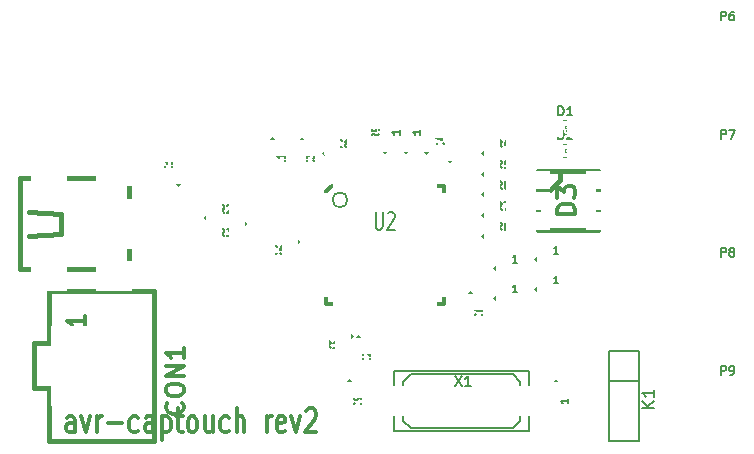
<source format=gto>
G04 (created by PCBNEW (2013-feb-26)-stable) date Thu 28 Mar 2013 17:39:21 GMT*
%MOIN*%
G04 Gerber Fmt 3.4, Leading zero omitted, Abs format*
%FSLAX34Y34*%
G01*
G70*
G90*
G04 APERTURE LIST*
%ADD10C,2.3622e-06*%
%ADD11C,0.012*%
%ADD12C,0.015*%
%ADD13C,0.008*%
%ADD14C,0.005*%
%ADD15C,0.0026*%
%ADD16C,0.004*%
%ADD17C,0.002*%
%ADD18C,0.006*%
%ADD19C,0.007375*%
%ADD20C,0.0074*%
%ADD21R,0.1184X0.0397*%
%ADD22R,0.1184X0.0987*%
%ADD23C,0.0554*%
%ADD24R,0.036X0.08*%
%ADD25R,0.08X0.036*%
%ADD26R,0.1381X0.0712*%
%ADD27R,0.055X0.075*%
%ADD28R,0.075X0.055*%
%ADD29R,0.2365X0.0987*%
%ADD30R,0.0672X0.0672*%
%ADD31C,0.6106*%
%ADD32C,0.0712*%
%ADD33R,0.0791X0.0594*%
%ADD34R,0.08X0.08*%
%ADD35C,0.08*%
G04 APERTURE END LIST*
G54D10*
G54D11*
X19181Y-34205D02*
X19181Y-33786D01*
X19152Y-33710D01*
X19095Y-33672D01*
X18981Y-33672D01*
X18924Y-33710D01*
X19181Y-34167D02*
X19124Y-34205D01*
X18981Y-34205D01*
X18924Y-34167D01*
X18895Y-34091D01*
X18895Y-34015D01*
X18924Y-33939D01*
X18981Y-33900D01*
X19124Y-33900D01*
X19181Y-33862D01*
X19409Y-33672D02*
X19552Y-34205D01*
X19695Y-33672D01*
X19924Y-34205D02*
X19924Y-33672D01*
X19924Y-33824D02*
X19952Y-33748D01*
X19981Y-33710D01*
X20038Y-33672D01*
X20095Y-33672D01*
X20295Y-33900D02*
X20752Y-33900D01*
X21295Y-34167D02*
X21238Y-34205D01*
X21124Y-34205D01*
X21066Y-34167D01*
X21038Y-34129D01*
X21009Y-34053D01*
X21009Y-33824D01*
X21038Y-33748D01*
X21066Y-33710D01*
X21124Y-33672D01*
X21238Y-33672D01*
X21295Y-33710D01*
X21809Y-34205D02*
X21809Y-33786D01*
X21781Y-33710D01*
X21724Y-33672D01*
X21609Y-33672D01*
X21552Y-33710D01*
X21809Y-34167D02*
X21752Y-34205D01*
X21609Y-34205D01*
X21552Y-34167D01*
X21524Y-34091D01*
X21524Y-34015D01*
X21552Y-33939D01*
X21609Y-33900D01*
X21752Y-33900D01*
X21809Y-33862D01*
X22095Y-33672D02*
X22095Y-34472D01*
X22095Y-33710D02*
X22152Y-33672D01*
X22266Y-33672D01*
X22324Y-33710D01*
X22352Y-33748D01*
X22381Y-33824D01*
X22381Y-34053D01*
X22352Y-34129D01*
X22324Y-34167D01*
X22266Y-34205D01*
X22152Y-34205D01*
X22095Y-34167D01*
X22552Y-33672D02*
X22781Y-33672D01*
X22638Y-33405D02*
X22638Y-34091D01*
X22666Y-34167D01*
X22724Y-34205D01*
X22781Y-34205D01*
X23066Y-34205D02*
X23009Y-34167D01*
X22981Y-34129D01*
X22952Y-34053D01*
X22952Y-33824D01*
X22981Y-33748D01*
X23009Y-33710D01*
X23066Y-33672D01*
X23152Y-33672D01*
X23209Y-33710D01*
X23238Y-33748D01*
X23266Y-33824D01*
X23266Y-34053D01*
X23238Y-34129D01*
X23209Y-34167D01*
X23152Y-34205D01*
X23066Y-34205D01*
X23781Y-33672D02*
X23781Y-34205D01*
X23524Y-33672D02*
X23524Y-34091D01*
X23552Y-34167D01*
X23609Y-34205D01*
X23695Y-34205D01*
X23752Y-34167D01*
X23781Y-34129D01*
X24324Y-34167D02*
X24266Y-34205D01*
X24152Y-34205D01*
X24095Y-34167D01*
X24066Y-34129D01*
X24038Y-34053D01*
X24038Y-33824D01*
X24066Y-33748D01*
X24095Y-33710D01*
X24152Y-33672D01*
X24266Y-33672D01*
X24324Y-33710D01*
X24581Y-34205D02*
X24581Y-33405D01*
X24838Y-34205D02*
X24838Y-33786D01*
X24809Y-33710D01*
X24752Y-33672D01*
X24666Y-33672D01*
X24609Y-33710D01*
X24581Y-33748D01*
X25581Y-34205D02*
X25581Y-33672D01*
X25581Y-33824D02*
X25609Y-33748D01*
X25638Y-33710D01*
X25695Y-33672D01*
X25752Y-33672D01*
X26181Y-34167D02*
X26124Y-34205D01*
X26009Y-34205D01*
X25952Y-34167D01*
X25924Y-34091D01*
X25924Y-33786D01*
X25952Y-33710D01*
X26009Y-33672D01*
X26124Y-33672D01*
X26181Y-33710D01*
X26209Y-33786D01*
X26209Y-33862D01*
X25924Y-33939D01*
X26409Y-33672D02*
X26552Y-34205D01*
X26695Y-33672D01*
X26895Y-33481D02*
X26924Y-33443D01*
X26981Y-33405D01*
X27124Y-33405D01*
X27181Y-33443D01*
X27209Y-33481D01*
X27238Y-33558D01*
X27238Y-33634D01*
X27209Y-33748D01*
X26866Y-34205D01*
X27238Y-34205D01*
G54D12*
X17665Y-26856D02*
X18728Y-26915D01*
X18728Y-26915D02*
X18728Y-27585D01*
X18728Y-27585D02*
X17665Y-27644D01*
X20992Y-25734D02*
X20992Y-28766D01*
X20992Y-28766D02*
X17370Y-28766D01*
X17370Y-28766D02*
X17370Y-25734D01*
X17370Y-25734D02*
X20992Y-25734D01*
G54D11*
X31498Y-25983D02*
X31498Y-29923D01*
X31498Y-29923D02*
X27558Y-29923D01*
X27558Y-26173D02*
X27558Y-29923D01*
X27748Y-25983D02*
X31498Y-25983D01*
X27558Y-26173D02*
X27748Y-25983D01*
G54D13*
X28278Y-26453D02*
G75*
G03X28278Y-26453I-250J0D01*
G74*
G01*
G54D12*
X21829Y-29488D02*
X21829Y-34488D01*
X21829Y-34488D02*
X18329Y-34488D01*
X18329Y-34488D02*
X18329Y-32738D01*
X18329Y-32738D02*
X17829Y-32738D01*
X17829Y-32738D02*
X17829Y-31488D01*
X17829Y-31488D02*
X17829Y-31238D01*
X17829Y-31238D02*
X18329Y-31238D01*
X18329Y-31238D02*
X18329Y-29488D01*
X18329Y-29488D02*
X21829Y-29488D01*
G54D14*
X28456Y-30999D02*
G75*
G03X28456Y-30999I-50J0D01*
G74*
G01*
X27956Y-30999D02*
X28356Y-30999D01*
X28356Y-30999D02*
X28356Y-31599D01*
X28356Y-31599D02*
X27956Y-31599D01*
X27556Y-31599D02*
X27156Y-31599D01*
X27156Y-31599D02*
X27156Y-30999D01*
X27156Y-30999D02*
X27556Y-30999D01*
X23613Y-27073D02*
G75*
G03X23613Y-27073I-50J0D01*
G74*
G01*
X24013Y-27073D02*
X23613Y-27073D01*
X23613Y-27073D02*
X23613Y-26473D01*
X23613Y-26473D02*
X24013Y-26473D01*
X24413Y-26473D02*
X24813Y-26473D01*
X24813Y-26473D02*
X24813Y-27073D01*
X24813Y-27073D02*
X24413Y-27073D01*
X24913Y-27260D02*
G75*
G03X24913Y-27260I-50J0D01*
G74*
G01*
X24413Y-27260D02*
X24813Y-27260D01*
X24813Y-27260D02*
X24813Y-27860D01*
X24813Y-27860D02*
X24413Y-27860D01*
X24013Y-27860D02*
X23613Y-27860D01*
X23613Y-27860D02*
X23613Y-27260D01*
X23613Y-27260D02*
X24013Y-27260D01*
X32865Y-24906D02*
G75*
G03X32865Y-24906I-50J0D01*
G74*
G01*
X33265Y-24906D02*
X32865Y-24906D01*
X32865Y-24906D02*
X32865Y-24306D01*
X32865Y-24306D02*
X33265Y-24306D01*
X33665Y-24306D02*
X34065Y-24306D01*
X34065Y-24306D02*
X34065Y-24906D01*
X34065Y-24906D02*
X33665Y-24906D01*
X32865Y-25595D02*
G75*
G03X32865Y-25595I-50J0D01*
G74*
G01*
X33265Y-25595D02*
X32865Y-25595D01*
X32865Y-25595D02*
X32865Y-24995D01*
X32865Y-24995D02*
X33265Y-24995D01*
X33665Y-24995D02*
X34065Y-24995D01*
X34065Y-24995D02*
X34065Y-25595D01*
X34065Y-25595D02*
X33665Y-25595D01*
X32865Y-27662D02*
G75*
G03X32865Y-27662I-50J0D01*
G74*
G01*
X33265Y-27662D02*
X32865Y-27662D01*
X32865Y-27662D02*
X32865Y-27062D01*
X32865Y-27062D02*
X33265Y-27062D01*
X33665Y-27062D02*
X34065Y-27062D01*
X34065Y-27062D02*
X34065Y-27662D01*
X34065Y-27662D02*
X33665Y-27662D01*
X22693Y-25945D02*
G75*
G03X22693Y-25945I-50J0D01*
G74*
G01*
X22643Y-25495D02*
X22643Y-25895D01*
X22643Y-25895D02*
X22043Y-25895D01*
X22043Y-25895D02*
X22043Y-25495D01*
X22043Y-25095D02*
X22043Y-24695D01*
X22043Y-24695D02*
X22643Y-24695D01*
X22643Y-24695D02*
X22643Y-25095D01*
X35281Y-32519D02*
G75*
G03X35281Y-32519I-50J0D01*
G74*
G01*
X35231Y-32969D02*
X35231Y-32569D01*
X35231Y-32569D02*
X35831Y-32569D01*
X35831Y-32569D02*
X35831Y-32969D01*
X35831Y-33369D02*
X35831Y-33769D01*
X35831Y-33769D02*
X35231Y-33769D01*
X35231Y-33769D02*
X35231Y-33369D01*
X28392Y-32519D02*
G75*
G03X28392Y-32519I-50J0D01*
G74*
G01*
X28342Y-32969D02*
X28342Y-32569D01*
X28342Y-32569D02*
X28942Y-32569D01*
X28942Y-32569D02*
X28942Y-32969D01*
X28942Y-33369D02*
X28942Y-33769D01*
X28942Y-33769D02*
X28342Y-33769D01*
X28342Y-33769D02*
X28342Y-33369D01*
X27550Y-24906D02*
G75*
G03X27550Y-24906I-50J0D01*
G74*
G01*
X27950Y-24906D02*
X27550Y-24906D01*
X27550Y-24906D02*
X27550Y-24306D01*
X27550Y-24306D02*
X27950Y-24306D01*
X28350Y-24306D02*
X28750Y-24306D01*
X28750Y-24306D02*
X28750Y-24906D01*
X28750Y-24906D02*
X28350Y-24906D01*
X32427Y-29567D02*
G75*
G03X32427Y-29567I-50J0D01*
G74*
G01*
X32377Y-30017D02*
X32377Y-29617D01*
X32377Y-29617D02*
X32977Y-29617D01*
X32977Y-29617D02*
X32977Y-30017D01*
X32977Y-30417D02*
X32977Y-30817D01*
X32977Y-30817D02*
X32377Y-30817D01*
X32377Y-30817D02*
X32377Y-30417D01*
X26684Y-27850D02*
G75*
G03X26684Y-27850I-50J0D01*
G74*
G01*
X26184Y-27850D02*
X26584Y-27850D01*
X26584Y-27850D02*
X26584Y-28450D01*
X26584Y-28450D02*
X26184Y-28450D01*
X25784Y-28450D02*
X25384Y-28450D01*
X25384Y-28450D02*
X25384Y-27850D01*
X25384Y-27850D02*
X25784Y-27850D01*
X31748Y-25158D02*
G75*
G03X31748Y-25158I-50J0D01*
G74*
G01*
X31698Y-24708D02*
X31698Y-25108D01*
X31698Y-25108D02*
X31098Y-25108D01*
X31098Y-25108D02*
X31098Y-24708D01*
X31098Y-24308D02*
X31098Y-23908D01*
X31098Y-23908D02*
X31698Y-23908D01*
X31698Y-23908D02*
X31698Y-24308D01*
X26817Y-24448D02*
G75*
G03X26817Y-24448I-50J0D01*
G74*
G01*
X26767Y-24898D02*
X26767Y-24498D01*
X26767Y-24498D02*
X27367Y-24498D01*
X27367Y-24498D02*
X27367Y-24898D01*
X27367Y-25298D02*
X27367Y-25698D01*
X27367Y-25698D02*
X26767Y-25698D01*
X26767Y-25698D02*
X26767Y-25298D01*
X28687Y-31043D02*
G75*
G03X28687Y-31043I-50J0D01*
G74*
G01*
X28637Y-31493D02*
X28637Y-31093D01*
X28637Y-31093D02*
X29237Y-31093D01*
X29237Y-31093D02*
X29237Y-31493D01*
X29237Y-31893D02*
X29237Y-32293D01*
X29237Y-32293D02*
X28637Y-32293D01*
X28637Y-32293D02*
X28637Y-31893D01*
G54D13*
X30137Y-32519D02*
X30137Y-32669D01*
X30137Y-33819D02*
X30137Y-33669D01*
X34037Y-33819D02*
X34037Y-33669D01*
X34037Y-32519D02*
X34037Y-32669D01*
X34337Y-32169D02*
X34337Y-32669D01*
X34337Y-34169D02*
X34337Y-33669D01*
X29837Y-34169D02*
X29837Y-33669D01*
X29837Y-32169D02*
X29837Y-32669D01*
X30137Y-33819D02*
X30387Y-34069D01*
X30387Y-34069D02*
X33787Y-34069D01*
X33787Y-34069D02*
X34037Y-33819D01*
X34037Y-32519D02*
X33787Y-32269D01*
X33787Y-32269D02*
X30387Y-32269D01*
X30387Y-32269D02*
X30137Y-32519D01*
X34337Y-34169D02*
X29837Y-34169D01*
X29837Y-32169D02*
X34337Y-32169D01*
G54D15*
X35727Y-24921D02*
X35727Y-25049D01*
X35727Y-25049D02*
X35924Y-25049D01*
X35924Y-24921D02*
X35924Y-25049D01*
X35727Y-24921D02*
X35924Y-24921D01*
X35727Y-24676D02*
X35727Y-24735D01*
X35727Y-24735D02*
X35826Y-24735D01*
X35826Y-24676D02*
X35826Y-24735D01*
X35727Y-24676D02*
X35826Y-24676D01*
X35727Y-24871D02*
X35727Y-24930D01*
X35727Y-24930D02*
X35826Y-24930D01*
X35826Y-24871D02*
X35826Y-24930D01*
X35727Y-24871D02*
X35826Y-24871D01*
X35727Y-24725D02*
X35727Y-24881D01*
X35727Y-24881D02*
X35796Y-24881D01*
X35796Y-24725D02*
X35796Y-24881D01*
X35727Y-24725D02*
X35796Y-24725D01*
X35138Y-24921D02*
X35138Y-25049D01*
X35138Y-25049D02*
X35335Y-25049D01*
X35335Y-24921D02*
X35335Y-25049D01*
X35138Y-24921D02*
X35335Y-24921D01*
X35138Y-24557D02*
X35138Y-24685D01*
X35138Y-24685D02*
X35335Y-24685D01*
X35335Y-24557D02*
X35335Y-24685D01*
X35138Y-24557D02*
X35335Y-24557D01*
X35236Y-24871D02*
X35236Y-24930D01*
X35236Y-24930D02*
X35335Y-24930D01*
X35335Y-24871D02*
X35335Y-24930D01*
X35236Y-24871D02*
X35335Y-24871D01*
X35236Y-24676D02*
X35236Y-24735D01*
X35236Y-24735D02*
X35335Y-24735D01*
X35335Y-24676D02*
X35335Y-24735D01*
X35236Y-24676D02*
X35335Y-24676D01*
X35266Y-24725D02*
X35266Y-24881D01*
X35266Y-24881D02*
X35335Y-24881D01*
X35335Y-24725D02*
X35335Y-24881D01*
X35266Y-24725D02*
X35335Y-24725D01*
X35531Y-24764D02*
X35531Y-24842D01*
X35531Y-24842D02*
X35609Y-24842D01*
X35609Y-24764D02*
X35609Y-24842D01*
X35531Y-24764D02*
X35609Y-24764D01*
X35727Y-24567D02*
X35727Y-24685D01*
X35727Y-24685D02*
X35845Y-24685D01*
X35845Y-24567D02*
X35845Y-24685D01*
X35727Y-24567D02*
X35845Y-24567D01*
X35895Y-24557D02*
X35895Y-24646D01*
X35895Y-24646D02*
X35924Y-24646D01*
X35924Y-24557D02*
X35924Y-24646D01*
X35895Y-24557D02*
X35924Y-24557D01*
G54D16*
X35737Y-25029D02*
X35325Y-25029D01*
X35335Y-24577D02*
X35895Y-24577D01*
G54D17*
X35893Y-24626D02*
G75*
G03X35893Y-24626I-28J0D01*
G74*
G01*
G54D16*
X35924Y-24666D02*
G75*
G03X35924Y-24940I0J-137D01*
G74*
G01*
X35138Y-24940D02*
G75*
G03X35138Y-24666I0J137D01*
G74*
G01*
G54D15*
X35727Y-24134D02*
X35727Y-24262D01*
X35727Y-24262D02*
X35924Y-24262D01*
X35924Y-24134D02*
X35924Y-24262D01*
X35727Y-24134D02*
X35924Y-24134D01*
X35727Y-23889D02*
X35727Y-23948D01*
X35727Y-23948D02*
X35826Y-23948D01*
X35826Y-23889D02*
X35826Y-23948D01*
X35727Y-23889D02*
X35826Y-23889D01*
X35727Y-24084D02*
X35727Y-24143D01*
X35727Y-24143D02*
X35826Y-24143D01*
X35826Y-24084D02*
X35826Y-24143D01*
X35727Y-24084D02*
X35826Y-24084D01*
X35727Y-23938D02*
X35727Y-24094D01*
X35727Y-24094D02*
X35796Y-24094D01*
X35796Y-23938D02*
X35796Y-24094D01*
X35727Y-23938D02*
X35796Y-23938D01*
X35138Y-24134D02*
X35138Y-24262D01*
X35138Y-24262D02*
X35335Y-24262D01*
X35335Y-24134D02*
X35335Y-24262D01*
X35138Y-24134D02*
X35335Y-24134D01*
X35138Y-23770D02*
X35138Y-23898D01*
X35138Y-23898D02*
X35335Y-23898D01*
X35335Y-23770D02*
X35335Y-23898D01*
X35138Y-23770D02*
X35335Y-23770D01*
X35236Y-24084D02*
X35236Y-24143D01*
X35236Y-24143D02*
X35335Y-24143D01*
X35335Y-24084D02*
X35335Y-24143D01*
X35236Y-24084D02*
X35335Y-24084D01*
X35236Y-23889D02*
X35236Y-23948D01*
X35236Y-23948D02*
X35335Y-23948D01*
X35335Y-23889D02*
X35335Y-23948D01*
X35236Y-23889D02*
X35335Y-23889D01*
X35266Y-23938D02*
X35266Y-24094D01*
X35266Y-24094D02*
X35335Y-24094D01*
X35335Y-23938D02*
X35335Y-24094D01*
X35266Y-23938D02*
X35335Y-23938D01*
X35531Y-23977D02*
X35531Y-24055D01*
X35531Y-24055D02*
X35609Y-24055D01*
X35609Y-23977D02*
X35609Y-24055D01*
X35531Y-23977D02*
X35609Y-23977D01*
X35727Y-23780D02*
X35727Y-23898D01*
X35727Y-23898D02*
X35845Y-23898D01*
X35845Y-23780D02*
X35845Y-23898D01*
X35727Y-23780D02*
X35845Y-23780D01*
X35895Y-23770D02*
X35895Y-23859D01*
X35895Y-23859D02*
X35924Y-23859D01*
X35924Y-23770D02*
X35924Y-23859D01*
X35895Y-23770D02*
X35924Y-23770D01*
G54D16*
X35737Y-24242D02*
X35325Y-24242D01*
X35335Y-23790D02*
X35895Y-23790D01*
G54D17*
X35893Y-23839D02*
G75*
G03X35893Y-23839I-28J0D01*
G74*
G01*
G54D16*
X35924Y-23879D02*
G75*
G03X35924Y-24153I0J-137D01*
G74*
G01*
X35138Y-24153D02*
G75*
G03X35138Y-23879I0J137D01*
G74*
G01*
G54D14*
X32865Y-26973D02*
G75*
G03X32865Y-26973I-50J0D01*
G74*
G01*
X33265Y-26973D02*
X32865Y-26973D01*
X32865Y-26973D02*
X32865Y-26373D01*
X32865Y-26373D02*
X33265Y-26373D01*
X33665Y-26373D02*
X34065Y-26373D01*
X34065Y-26373D02*
X34065Y-26973D01*
X34065Y-26973D02*
X33665Y-26973D01*
X32865Y-26284D02*
G75*
G03X32865Y-26284I-50J0D01*
G74*
G01*
X33265Y-26284D02*
X32865Y-26284D01*
X32865Y-26284D02*
X32865Y-25684D01*
X32865Y-25684D02*
X33265Y-25684D01*
X33665Y-25684D02*
X34065Y-25684D01*
X34065Y-25684D02*
X34065Y-26284D01*
X34065Y-26284D02*
X33665Y-26284D01*
G54D12*
X34646Y-26132D02*
X35039Y-26132D01*
X35039Y-26132D02*
X35374Y-25797D01*
X35374Y-25797D02*
X35374Y-25492D01*
X36614Y-25492D02*
X36614Y-27460D01*
X36614Y-27460D02*
X34646Y-27460D01*
X34646Y-27460D02*
X34646Y-25492D01*
X34646Y-25492D02*
X36614Y-25492D01*
G54D14*
X25833Y-24448D02*
G75*
G03X25833Y-24448I-50J0D01*
G74*
G01*
X25783Y-24898D02*
X25783Y-24498D01*
X25783Y-24498D02*
X26383Y-24498D01*
X26383Y-24498D02*
X26383Y-24898D01*
X26383Y-25298D02*
X26383Y-25698D01*
X26383Y-25698D02*
X25783Y-25698D01*
X25783Y-25698D02*
X25783Y-25298D01*
X29582Y-24863D02*
G75*
G03X29582Y-24863I-50J0D01*
G74*
G01*
X29532Y-24413D02*
X29532Y-24813D01*
X29532Y-24813D02*
X28932Y-24813D01*
X28932Y-24813D02*
X28932Y-24413D01*
X28932Y-24013D02*
X28932Y-23613D01*
X28932Y-23613D02*
X29532Y-23613D01*
X29532Y-23613D02*
X29532Y-24013D01*
X30271Y-24863D02*
G75*
G03X30271Y-24863I-50J0D01*
G74*
G01*
X30221Y-24413D02*
X30221Y-24813D01*
X30221Y-24813D02*
X29621Y-24813D01*
X29621Y-24813D02*
X29621Y-24413D01*
X29621Y-24013D02*
X29621Y-23613D01*
X29621Y-23613D02*
X30221Y-23613D01*
X30221Y-23613D02*
X30221Y-24013D01*
X30960Y-24863D02*
G75*
G03X30960Y-24863I-50J0D01*
G74*
G01*
X30910Y-24413D02*
X30910Y-24813D01*
X30910Y-24813D02*
X30310Y-24813D01*
X30310Y-24813D02*
X30310Y-24413D01*
X30310Y-24013D02*
X30310Y-23613D01*
X30310Y-23613D02*
X30910Y-23613D01*
X30910Y-23613D02*
X30910Y-24013D01*
X34636Y-28450D02*
G75*
G03X34636Y-28450I-50J0D01*
G74*
G01*
X35036Y-28450D02*
X34636Y-28450D01*
X34636Y-28450D02*
X34636Y-27850D01*
X34636Y-27850D02*
X35036Y-27850D01*
X35436Y-27850D02*
X35836Y-27850D01*
X35836Y-27850D02*
X35836Y-28450D01*
X35836Y-28450D02*
X35436Y-28450D01*
X33258Y-28745D02*
G75*
G03X33258Y-28745I-50J0D01*
G74*
G01*
X33658Y-28745D02*
X33258Y-28745D01*
X33258Y-28745D02*
X33258Y-28145D01*
X33258Y-28145D02*
X33658Y-28145D01*
X34058Y-28145D02*
X34458Y-28145D01*
X34458Y-28145D02*
X34458Y-28745D01*
X34458Y-28745D02*
X34058Y-28745D01*
X34636Y-29434D02*
G75*
G03X34636Y-29434I-50J0D01*
G74*
G01*
X35036Y-29434D02*
X34636Y-29434D01*
X34636Y-29434D02*
X34636Y-28834D01*
X34636Y-28834D02*
X35036Y-28834D01*
X35436Y-28834D02*
X35836Y-28834D01*
X35836Y-28834D02*
X35836Y-29434D01*
X35836Y-29434D02*
X35436Y-29434D01*
X33258Y-29729D02*
G75*
G03X33258Y-29729I-50J0D01*
G74*
G01*
X33658Y-29729D02*
X33258Y-29729D01*
X33258Y-29729D02*
X33258Y-29129D01*
X33258Y-29129D02*
X33658Y-29129D01*
X34058Y-29129D02*
X34458Y-29129D01*
X34458Y-29129D02*
X34458Y-29729D01*
X34458Y-29729D02*
X34058Y-29729D01*
G54D18*
X37000Y-31500D02*
X38000Y-31500D01*
X38000Y-31500D02*
X38000Y-34500D01*
X38000Y-34500D02*
X37000Y-34500D01*
X37000Y-34500D02*
X37000Y-31500D01*
X38000Y-32500D02*
X37000Y-32500D01*
G54D11*
X18941Y-30934D02*
X19370Y-30934D01*
X19456Y-30962D01*
X19513Y-31019D01*
X19541Y-31105D01*
X19541Y-31162D01*
X19541Y-30334D02*
X19541Y-30676D01*
X19541Y-30505D02*
X18941Y-30505D01*
X19027Y-30562D01*
X19084Y-30619D01*
X19113Y-30676D01*
G54D13*
X29223Y-26845D02*
X29223Y-27331D01*
X29242Y-27388D01*
X29261Y-27417D01*
X29299Y-27445D01*
X29375Y-27445D01*
X29413Y-27417D01*
X29432Y-27388D01*
X29451Y-27331D01*
X29451Y-26845D01*
X29623Y-26903D02*
X29642Y-26874D01*
X29680Y-26845D01*
X29775Y-26845D01*
X29813Y-26874D01*
X29832Y-26903D01*
X29851Y-26960D01*
X29851Y-27017D01*
X29832Y-27103D01*
X29604Y-27445D01*
X29851Y-27445D01*
G54D11*
X22764Y-33216D02*
X22793Y-33245D01*
X22821Y-33330D01*
X22821Y-33387D01*
X22793Y-33473D01*
X22736Y-33530D01*
X22679Y-33559D01*
X22564Y-33587D01*
X22479Y-33587D01*
X22364Y-33559D01*
X22307Y-33530D01*
X22250Y-33473D01*
X22221Y-33387D01*
X22221Y-33330D01*
X22250Y-33245D01*
X22279Y-33216D01*
X22221Y-32845D02*
X22221Y-32730D01*
X22250Y-32673D01*
X22307Y-32616D01*
X22421Y-32587D01*
X22621Y-32587D01*
X22736Y-32616D01*
X22793Y-32673D01*
X22821Y-32730D01*
X22821Y-32845D01*
X22793Y-32902D01*
X22736Y-32959D01*
X22621Y-32987D01*
X22421Y-32987D01*
X22307Y-32959D01*
X22250Y-32902D01*
X22221Y-32845D01*
X22821Y-32330D02*
X22221Y-32330D01*
X22821Y-31988D01*
X22221Y-31988D01*
X22821Y-31388D02*
X22821Y-31730D01*
X22821Y-31559D02*
X22221Y-31559D01*
X22307Y-31616D01*
X22364Y-31673D01*
X22393Y-31730D01*
G54D14*
X27714Y-31400D02*
X27631Y-31281D01*
X27571Y-31400D02*
X27571Y-31150D01*
X27666Y-31150D01*
X27690Y-31162D01*
X27702Y-31174D01*
X27714Y-31197D01*
X27714Y-31233D01*
X27702Y-31257D01*
X27690Y-31269D01*
X27666Y-31281D01*
X27571Y-31281D01*
X27952Y-31400D02*
X27809Y-31400D01*
X27881Y-31400D02*
X27881Y-31150D01*
X27857Y-31185D01*
X27833Y-31209D01*
X27809Y-31221D01*
X24171Y-26874D02*
X24088Y-26755D01*
X24028Y-26874D02*
X24028Y-26624D01*
X24123Y-26624D01*
X24147Y-26636D01*
X24159Y-26648D01*
X24171Y-26671D01*
X24171Y-26707D01*
X24159Y-26731D01*
X24147Y-26743D01*
X24123Y-26755D01*
X24028Y-26755D01*
X24266Y-26648D02*
X24278Y-26636D01*
X24302Y-26624D01*
X24361Y-26624D01*
X24385Y-26636D01*
X24397Y-26648D01*
X24409Y-26671D01*
X24409Y-26695D01*
X24397Y-26731D01*
X24254Y-26874D01*
X24409Y-26874D01*
X24171Y-27661D02*
X24088Y-27542D01*
X24028Y-27661D02*
X24028Y-27411D01*
X24123Y-27411D01*
X24147Y-27423D01*
X24159Y-27435D01*
X24171Y-27458D01*
X24171Y-27494D01*
X24159Y-27518D01*
X24147Y-27530D01*
X24123Y-27542D01*
X24028Y-27542D01*
X24254Y-27411D02*
X24409Y-27411D01*
X24326Y-27506D01*
X24361Y-27506D01*
X24385Y-27518D01*
X24397Y-27530D01*
X24409Y-27554D01*
X24409Y-27613D01*
X24397Y-27637D01*
X24385Y-27649D01*
X24361Y-27661D01*
X24290Y-27661D01*
X24266Y-27649D01*
X24254Y-27637D01*
X33423Y-24707D02*
X33340Y-24588D01*
X33280Y-24707D02*
X33280Y-24457D01*
X33375Y-24457D01*
X33399Y-24469D01*
X33411Y-24481D01*
X33423Y-24504D01*
X33423Y-24540D01*
X33411Y-24564D01*
X33399Y-24576D01*
X33375Y-24588D01*
X33280Y-24588D01*
X33637Y-24540D02*
X33637Y-24707D01*
X33578Y-24445D02*
X33518Y-24623D01*
X33673Y-24623D01*
X33423Y-25396D02*
X33340Y-25277D01*
X33280Y-25396D02*
X33280Y-25146D01*
X33375Y-25146D01*
X33399Y-25158D01*
X33411Y-25170D01*
X33423Y-25193D01*
X33423Y-25229D01*
X33411Y-25253D01*
X33399Y-25265D01*
X33375Y-25277D01*
X33280Y-25277D01*
X33649Y-25146D02*
X33530Y-25146D01*
X33518Y-25265D01*
X33530Y-25253D01*
X33554Y-25241D01*
X33613Y-25241D01*
X33637Y-25253D01*
X33649Y-25265D01*
X33661Y-25289D01*
X33661Y-25348D01*
X33649Y-25372D01*
X33637Y-25384D01*
X33613Y-25396D01*
X33554Y-25396D01*
X33530Y-25384D01*
X33518Y-25372D01*
X33423Y-27463D02*
X33340Y-27344D01*
X33280Y-27463D02*
X33280Y-27213D01*
X33375Y-27213D01*
X33399Y-27225D01*
X33411Y-27237D01*
X33423Y-27260D01*
X33423Y-27296D01*
X33411Y-27320D01*
X33399Y-27332D01*
X33375Y-27344D01*
X33280Y-27344D01*
X33637Y-27213D02*
X33590Y-27213D01*
X33566Y-27225D01*
X33554Y-27237D01*
X33530Y-27272D01*
X33518Y-27320D01*
X33518Y-27415D01*
X33530Y-27439D01*
X33542Y-27451D01*
X33566Y-27463D01*
X33613Y-27463D01*
X33637Y-27451D01*
X33649Y-27439D01*
X33661Y-27415D01*
X33661Y-27356D01*
X33649Y-27332D01*
X33637Y-27320D01*
X33613Y-27308D01*
X33566Y-27308D01*
X33542Y-27320D01*
X33530Y-27332D01*
X33518Y-27356D01*
X22420Y-25336D02*
X22432Y-25348D01*
X22444Y-25384D01*
X22444Y-25408D01*
X22432Y-25443D01*
X22408Y-25467D01*
X22384Y-25479D01*
X22337Y-25491D01*
X22301Y-25491D01*
X22253Y-25479D01*
X22229Y-25467D01*
X22206Y-25443D01*
X22194Y-25408D01*
X22194Y-25384D01*
X22206Y-25348D01*
X22218Y-25336D01*
X22444Y-25098D02*
X22444Y-25241D01*
X22444Y-25170D02*
X22194Y-25170D01*
X22229Y-25193D01*
X22253Y-25217D01*
X22265Y-25241D01*
X35608Y-33329D02*
X35620Y-33341D01*
X35632Y-33377D01*
X35632Y-33401D01*
X35620Y-33436D01*
X35596Y-33460D01*
X35572Y-33472D01*
X35525Y-33484D01*
X35489Y-33484D01*
X35441Y-33472D01*
X35417Y-33460D01*
X35394Y-33436D01*
X35382Y-33401D01*
X35382Y-33377D01*
X35394Y-33341D01*
X35406Y-33329D01*
X35632Y-33091D02*
X35632Y-33234D01*
X35632Y-33163D02*
X35382Y-33163D01*
X35417Y-33186D01*
X35441Y-33210D01*
X35453Y-33234D01*
X35382Y-32936D02*
X35382Y-32913D01*
X35394Y-32889D01*
X35406Y-32877D01*
X35429Y-32865D01*
X35477Y-32853D01*
X35536Y-32853D01*
X35584Y-32865D01*
X35608Y-32877D01*
X35620Y-32889D01*
X35632Y-32913D01*
X35632Y-32936D01*
X35620Y-32960D01*
X35608Y-32972D01*
X35584Y-32984D01*
X35536Y-32996D01*
X35477Y-32996D01*
X35429Y-32984D01*
X35406Y-32972D01*
X35394Y-32960D01*
X35382Y-32936D01*
X28719Y-33210D02*
X28731Y-33222D01*
X28743Y-33258D01*
X28743Y-33282D01*
X28731Y-33317D01*
X28707Y-33341D01*
X28683Y-33353D01*
X28636Y-33365D01*
X28600Y-33365D01*
X28552Y-33353D01*
X28528Y-33341D01*
X28505Y-33317D01*
X28493Y-33282D01*
X28493Y-33258D01*
X28505Y-33222D01*
X28517Y-33210D01*
X28743Y-33091D02*
X28743Y-33044D01*
X28731Y-33020D01*
X28719Y-33008D01*
X28683Y-32984D01*
X28636Y-32972D01*
X28540Y-32972D01*
X28517Y-32984D01*
X28505Y-32996D01*
X28493Y-33020D01*
X28493Y-33067D01*
X28505Y-33091D01*
X28517Y-33103D01*
X28540Y-33115D01*
X28600Y-33115D01*
X28624Y-33103D01*
X28636Y-33091D01*
X28647Y-33067D01*
X28647Y-33020D01*
X28636Y-32996D01*
X28624Y-32984D01*
X28600Y-32972D01*
X28108Y-24683D02*
X28096Y-24695D01*
X28060Y-24707D01*
X28036Y-24707D01*
X28001Y-24695D01*
X27977Y-24671D01*
X27965Y-24647D01*
X27953Y-24600D01*
X27953Y-24564D01*
X27965Y-24516D01*
X27977Y-24492D01*
X28001Y-24469D01*
X28036Y-24457D01*
X28060Y-24457D01*
X28096Y-24469D01*
X28108Y-24481D01*
X28251Y-24564D02*
X28227Y-24552D01*
X28215Y-24540D01*
X28203Y-24516D01*
X28203Y-24504D01*
X28215Y-24481D01*
X28227Y-24469D01*
X28251Y-24457D01*
X28298Y-24457D01*
X28322Y-24469D01*
X28334Y-24481D01*
X28346Y-24504D01*
X28346Y-24516D01*
X28334Y-24540D01*
X28322Y-24552D01*
X28298Y-24564D01*
X28251Y-24564D01*
X28227Y-24576D01*
X28215Y-24588D01*
X28203Y-24611D01*
X28203Y-24659D01*
X28215Y-24683D01*
X28227Y-24695D01*
X28251Y-24707D01*
X28298Y-24707D01*
X28322Y-24695D01*
X28334Y-24683D01*
X28346Y-24659D01*
X28346Y-24611D01*
X28334Y-24588D01*
X28322Y-24576D01*
X28298Y-24564D01*
X32754Y-30258D02*
X32766Y-30270D01*
X32778Y-30306D01*
X32778Y-30330D01*
X32766Y-30365D01*
X32742Y-30389D01*
X32718Y-30401D01*
X32671Y-30413D01*
X32635Y-30413D01*
X32587Y-30401D01*
X32563Y-30389D01*
X32540Y-30365D01*
X32528Y-30330D01*
X32528Y-30306D01*
X32540Y-30270D01*
X32552Y-30258D01*
X32528Y-30044D02*
X32528Y-30092D01*
X32540Y-30115D01*
X32552Y-30127D01*
X32587Y-30151D01*
X32635Y-30163D01*
X32730Y-30163D01*
X32754Y-30151D01*
X32766Y-30139D01*
X32778Y-30115D01*
X32778Y-30068D01*
X32766Y-30044D01*
X32754Y-30032D01*
X32730Y-30020D01*
X32671Y-30020D01*
X32647Y-30032D01*
X32635Y-30044D01*
X32623Y-30068D01*
X32623Y-30115D01*
X32635Y-30139D01*
X32647Y-30151D01*
X32671Y-30163D01*
X25942Y-28227D02*
X25930Y-28239D01*
X25894Y-28251D01*
X25870Y-28251D01*
X25835Y-28239D01*
X25811Y-28215D01*
X25799Y-28191D01*
X25787Y-28144D01*
X25787Y-28108D01*
X25799Y-28060D01*
X25811Y-28036D01*
X25835Y-28013D01*
X25870Y-28001D01*
X25894Y-28001D01*
X25930Y-28013D01*
X25942Y-28025D01*
X26168Y-28001D02*
X26049Y-28001D01*
X26037Y-28120D01*
X26049Y-28108D01*
X26073Y-28096D01*
X26132Y-28096D01*
X26156Y-28108D01*
X26168Y-28120D01*
X26180Y-28144D01*
X26180Y-28203D01*
X26168Y-28227D01*
X26156Y-28239D01*
X26132Y-28251D01*
X26073Y-28251D01*
X26049Y-28239D01*
X26037Y-28227D01*
X31475Y-24549D02*
X31487Y-24561D01*
X31499Y-24597D01*
X31499Y-24621D01*
X31487Y-24656D01*
X31463Y-24680D01*
X31439Y-24692D01*
X31392Y-24704D01*
X31356Y-24704D01*
X31308Y-24692D01*
X31284Y-24680D01*
X31261Y-24656D01*
X31249Y-24621D01*
X31249Y-24597D01*
X31261Y-24561D01*
X31273Y-24549D01*
X31332Y-24335D02*
X31499Y-24335D01*
X31237Y-24394D02*
X31415Y-24454D01*
X31415Y-24299D01*
X27144Y-25139D02*
X27156Y-25151D01*
X27168Y-25187D01*
X27168Y-25211D01*
X27156Y-25246D01*
X27132Y-25270D01*
X27108Y-25282D01*
X27061Y-25294D01*
X27025Y-25294D01*
X26977Y-25282D01*
X26953Y-25270D01*
X26930Y-25246D01*
X26918Y-25211D01*
X26918Y-25187D01*
X26930Y-25151D01*
X26942Y-25139D01*
X26918Y-25056D02*
X26918Y-24901D01*
X27013Y-24984D01*
X27013Y-24949D01*
X27025Y-24925D01*
X27037Y-24913D01*
X27061Y-24901D01*
X27120Y-24901D01*
X27144Y-24913D01*
X27156Y-24925D01*
X27168Y-24949D01*
X27168Y-25020D01*
X27156Y-25044D01*
X27144Y-25056D01*
X29014Y-31734D02*
X29026Y-31746D01*
X29038Y-31782D01*
X29038Y-31806D01*
X29026Y-31841D01*
X29002Y-31865D01*
X28978Y-31877D01*
X28931Y-31889D01*
X28895Y-31889D01*
X28847Y-31877D01*
X28823Y-31865D01*
X28800Y-31841D01*
X28788Y-31806D01*
X28788Y-31782D01*
X28800Y-31746D01*
X28812Y-31734D01*
X28812Y-31639D02*
X28800Y-31627D01*
X28788Y-31603D01*
X28788Y-31544D01*
X28800Y-31520D01*
X28812Y-31508D01*
X28835Y-31496D01*
X28859Y-31496D01*
X28895Y-31508D01*
X29038Y-31651D01*
X29038Y-31496D01*
G54D13*
X31853Y-32310D02*
X32087Y-32660D01*
X32087Y-32310D02*
X31853Y-32660D01*
X32403Y-32660D02*
X32203Y-32660D01*
X32303Y-32660D02*
X32303Y-32310D01*
X32270Y-32360D01*
X32237Y-32394D01*
X32203Y-32410D01*
G54D14*
X35309Y-24424D02*
X35309Y-24124D01*
X35381Y-24124D01*
X35423Y-24138D01*
X35452Y-24167D01*
X35466Y-24195D01*
X35481Y-24253D01*
X35481Y-24295D01*
X35466Y-24353D01*
X35452Y-24381D01*
X35423Y-24410D01*
X35381Y-24424D01*
X35309Y-24424D01*
X35595Y-24153D02*
X35609Y-24138D01*
X35638Y-24124D01*
X35709Y-24124D01*
X35738Y-24138D01*
X35752Y-24153D01*
X35766Y-24181D01*
X35766Y-24210D01*
X35752Y-24253D01*
X35581Y-24424D01*
X35766Y-24424D01*
X35309Y-23637D02*
X35309Y-23337D01*
X35381Y-23337D01*
X35423Y-23351D01*
X35452Y-23380D01*
X35466Y-23408D01*
X35481Y-23466D01*
X35481Y-23508D01*
X35466Y-23566D01*
X35452Y-23594D01*
X35423Y-23623D01*
X35381Y-23637D01*
X35309Y-23637D01*
X35766Y-23637D02*
X35595Y-23637D01*
X35681Y-23637D02*
X35681Y-23337D01*
X35652Y-23380D01*
X35623Y-23408D01*
X35595Y-23423D01*
G54D19*
X40727Y-32284D02*
X40727Y-31989D01*
X40839Y-31989D01*
X40867Y-32003D01*
X40881Y-32017D01*
X40895Y-32045D01*
X40895Y-32087D01*
X40881Y-32115D01*
X40867Y-32129D01*
X40839Y-32143D01*
X40727Y-32143D01*
X41036Y-32284D02*
X41092Y-32284D01*
X41120Y-32270D01*
X41134Y-32256D01*
X41162Y-32214D01*
X41176Y-32157D01*
X41176Y-32045D01*
X41162Y-32017D01*
X41148Y-32003D01*
X41120Y-31989D01*
X41064Y-31989D01*
X41036Y-32003D01*
X41022Y-32017D01*
X41008Y-32045D01*
X41008Y-32115D01*
X41022Y-32143D01*
X41036Y-32157D01*
X41064Y-32172D01*
X41120Y-32172D01*
X41148Y-32157D01*
X41162Y-32143D01*
X41176Y-32115D01*
G54D20*
G54D19*
X40727Y-28347D02*
X40727Y-28052D01*
X40839Y-28052D01*
X40867Y-28066D01*
X40881Y-28080D01*
X40895Y-28108D01*
X40895Y-28150D01*
X40881Y-28178D01*
X40867Y-28192D01*
X40839Y-28206D01*
X40727Y-28206D01*
X41064Y-28178D02*
X41036Y-28164D01*
X41022Y-28150D01*
X41008Y-28122D01*
X41008Y-28108D01*
X41022Y-28080D01*
X41036Y-28066D01*
X41064Y-28052D01*
X41120Y-28052D01*
X41148Y-28066D01*
X41162Y-28080D01*
X41176Y-28108D01*
X41176Y-28122D01*
X41162Y-28150D01*
X41148Y-28164D01*
X41120Y-28178D01*
X41064Y-28178D01*
X41036Y-28192D01*
X41022Y-28206D01*
X41008Y-28235D01*
X41008Y-28291D01*
X41022Y-28319D01*
X41036Y-28333D01*
X41064Y-28347D01*
X41120Y-28347D01*
X41148Y-28333D01*
X41162Y-28319D01*
X41176Y-28291D01*
X41176Y-28235D01*
X41162Y-28206D01*
X41148Y-28192D01*
X41120Y-28178D01*
G54D20*
G54D19*
X40727Y-24410D02*
X40727Y-24115D01*
X40839Y-24115D01*
X40867Y-24129D01*
X40881Y-24143D01*
X40895Y-24171D01*
X40895Y-24213D01*
X40881Y-24241D01*
X40867Y-24255D01*
X40839Y-24269D01*
X40727Y-24269D01*
X40994Y-24115D02*
X41190Y-24115D01*
X41064Y-24410D01*
G54D20*
G54D19*
X40727Y-20473D02*
X40727Y-20178D01*
X40839Y-20178D01*
X40867Y-20192D01*
X40881Y-20206D01*
X40895Y-20234D01*
X40895Y-20276D01*
X40881Y-20304D01*
X40867Y-20318D01*
X40839Y-20332D01*
X40727Y-20332D01*
X41148Y-20178D02*
X41092Y-20178D01*
X41064Y-20192D01*
X41050Y-20206D01*
X41022Y-20248D01*
X41008Y-20304D01*
X41008Y-20417D01*
X41022Y-20445D01*
X41036Y-20459D01*
X41064Y-20473D01*
X41120Y-20473D01*
X41148Y-20459D01*
X41162Y-20445D01*
X41176Y-20417D01*
X41176Y-20346D01*
X41162Y-20318D01*
X41148Y-20304D01*
X41120Y-20290D01*
X41064Y-20290D01*
X41036Y-20304D01*
X41022Y-20318D01*
X41008Y-20346D01*
G54D20*
G54D14*
X33423Y-26774D02*
X33340Y-26655D01*
X33280Y-26774D02*
X33280Y-26524D01*
X33375Y-26524D01*
X33399Y-26536D01*
X33411Y-26548D01*
X33423Y-26571D01*
X33423Y-26607D01*
X33411Y-26631D01*
X33399Y-26643D01*
X33375Y-26655D01*
X33280Y-26655D01*
X33506Y-26524D02*
X33673Y-26524D01*
X33566Y-26774D01*
X33423Y-26085D02*
X33340Y-25966D01*
X33280Y-26085D02*
X33280Y-25835D01*
X33375Y-25835D01*
X33399Y-25847D01*
X33411Y-25859D01*
X33423Y-25882D01*
X33423Y-25918D01*
X33411Y-25942D01*
X33399Y-25954D01*
X33375Y-25966D01*
X33280Y-25966D01*
X33566Y-25942D02*
X33542Y-25930D01*
X33530Y-25918D01*
X33518Y-25894D01*
X33518Y-25882D01*
X33530Y-25859D01*
X33542Y-25847D01*
X33566Y-25835D01*
X33613Y-25835D01*
X33637Y-25847D01*
X33649Y-25859D01*
X33661Y-25882D01*
X33661Y-25894D01*
X33649Y-25918D01*
X33637Y-25930D01*
X33613Y-25942D01*
X33566Y-25942D01*
X33542Y-25954D01*
X33530Y-25966D01*
X33518Y-25989D01*
X33518Y-26037D01*
X33530Y-26061D01*
X33542Y-26073D01*
X33566Y-26085D01*
X33613Y-26085D01*
X33637Y-26073D01*
X33649Y-26061D01*
X33661Y-26037D01*
X33661Y-25989D01*
X33649Y-25966D01*
X33637Y-25954D01*
X33613Y-25942D01*
G54D11*
X35872Y-26918D02*
X35272Y-26918D01*
X35272Y-26776D01*
X35301Y-26690D01*
X35358Y-26633D01*
X35415Y-26604D01*
X35530Y-26576D01*
X35615Y-26576D01*
X35730Y-26604D01*
X35787Y-26633D01*
X35844Y-26690D01*
X35872Y-26776D01*
X35872Y-26918D01*
X35272Y-26376D02*
X35272Y-26004D01*
X35501Y-26204D01*
X35501Y-26118D01*
X35530Y-26061D01*
X35558Y-26033D01*
X35615Y-26004D01*
X35758Y-26004D01*
X35815Y-26033D01*
X35844Y-26061D01*
X35872Y-26118D01*
X35872Y-26290D01*
X35844Y-26347D01*
X35815Y-26376D01*
G54D14*
X26184Y-25139D02*
X26184Y-25258D01*
X25934Y-25258D01*
X26184Y-24925D02*
X26184Y-25068D01*
X26184Y-24996D02*
X25934Y-24996D01*
X25969Y-25020D01*
X25993Y-25044D01*
X26005Y-25068D01*
X29333Y-24254D02*
X29214Y-24338D01*
X29333Y-24397D02*
X29083Y-24397D01*
X29083Y-24302D01*
X29095Y-24278D01*
X29107Y-24266D01*
X29130Y-24254D01*
X29166Y-24254D01*
X29190Y-24266D01*
X29202Y-24278D01*
X29214Y-24302D01*
X29214Y-24397D01*
X29333Y-24135D02*
X29333Y-24088D01*
X29321Y-24064D01*
X29309Y-24052D01*
X29273Y-24028D01*
X29226Y-24016D01*
X29130Y-24016D01*
X29107Y-24028D01*
X29095Y-24040D01*
X29083Y-24064D01*
X29083Y-24111D01*
X29095Y-24135D01*
X29107Y-24147D01*
X29130Y-24159D01*
X29190Y-24159D01*
X29214Y-24147D01*
X29226Y-24135D01*
X29237Y-24111D01*
X29237Y-24064D01*
X29226Y-24040D01*
X29214Y-24028D01*
X29190Y-24016D01*
X30022Y-24373D02*
X29903Y-24457D01*
X30022Y-24516D02*
X29772Y-24516D01*
X29772Y-24421D01*
X29784Y-24397D01*
X29796Y-24385D01*
X29819Y-24373D01*
X29855Y-24373D01*
X29879Y-24385D01*
X29891Y-24397D01*
X29903Y-24421D01*
X29903Y-24516D01*
X30022Y-24135D02*
X30022Y-24278D01*
X30022Y-24207D02*
X29772Y-24207D01*
X29807Y-24230D01*
X29831Y-24254D01*
X29843Y-24278D01*
X29772Y-23980D02*
X29772Y-23957D01*
X29784Y-23933D01*
X29796Y-23921D01*
X29819Y-23909D01*
X29867Y-23897D01*
X29926Y-23897D01*
X29974Y-23909D01*
X29998Y-23921D01*
X30010Y-23933D01*
X30022Y-23957D01*
X30022Y-23980D01*
X30010Y-24004D01*
X29998Y-24016D01*
X29974Y-24028D01*
X29926Y-24040D01*
X29867Y-24040D01*
X29819Y-24028D01*
X29796Y-24016D01*
X29784Y-24004D01*
X29772Y-23980D01*
X30711Y-24373D02*
X30592Y-24457D01*
X30711Y-24516D02*
X30461Y-24516D01*
X30461Y-24421D01*
X30473Y-24397D01*
X30485Y-24385D01*
X30508Y-24373D01*
X30544Y-24373D01*
X30568Y-24385D01*
X30580Y-24397D01*
X30592Y-24421D01*
X30592Y-24516D01*
X30711Y-24135D02*
X30711Y-24278D01*
X30711Y-24207D02*
X30461Y-24207D01*
X30496Y-24230D01*
X30520Y-24254D01*
X30532Y-24278D01*
X30711Y-23897D02*
X30711Y-24040D01*
X30711Y-23968D02*
X30461Y-23968D01*
X30496Y-23992D01*
X30520Y-24016D01*
X30532Y-24040D01*
X35075Y-28251D02*
X34991Y-28132D01*
X34932Y-28251D02*
X34932Y-28001D01*
X35027Y-28001D01*
X35051Y-28013D01*
X35063Y-28025D01*
X35075Y-28048D01*
X35075Y-28084D01*
X35063Y-28108D01*
X35051Y-28120D01*
X35027Y-28132D01*
X34932Y-28132D01*
X35313Y-28251D02*
X35170Y-28251D01*
X35241Y-28251D02*
X35241Y-28001D01*
X35218Y-28036D01*
X35194Y-28060D01*
X35170Y-28072D01*
X35408Y-28025D02*
X35420Y-28013D01*
X35444Y-28001D01*
X35503Y-28001D01*
X35527Y-28013D01*
X35539Y-28025D01*
X35551Y-28048D01*
X35551Y-28072D01*
X35539Y-28108D01*
X35396Y-28251D01*
X35551Y-28251D01*
X33697Y-28546D02*
X33613Y-28427D01*
X33554Y-28546D02*
X33554Y-28296D01*
X33649Y-28296D01*
X33673Y-28308D01*
X33685Y-28320D01*
X33697Y-28343D01*
X33697Y-28379D01*
X33685Y-28403D01*
X33673Y-28415D01*
X33649Y-28427D01*
X33554Y-28427D01*
X33935Y-28546D02*
X33792Y-28546D01*
X33863Y-28546D02*
X33863Y-28296D01*
X33840Y-28331D01*
X33816Y-28355D01*
X33792Y-28367D01*
X34018Y-28296D02*
X34173Y-28296D01*
X34090Y-28391D01*
X34125Y-28391D01*
X34149Y-28403D01*
X34161Y-28415D01*
X34173Y-28439D01*
X34173Y-28498D01*
X34161Y-28522D01*
X34149Y-28534D01*
X34125Y-28546D01*
X34054Y-28546D01*
X34030Y-28534D01*
X34018Y-28522D01*
X35075Y-29235D02*
X34991Y-29116D01*
X34932Y-29235D02*
X34932Y-28985D01*
X35027Y-28985D01*
X35051Y-28997D01*
X35063Y-29009D01*
X35075Y-29032D01*
X35075Y-29068D01*
X35063Y-29092D01*
X35051Y-29104D01*
X35027Y-29116D01*
X34932Y-29116D01*
X35313Y-29235D02*
X35170Y-29235D01*
X35241Y-29235D02*
X35241Y-28985D01*
X35218Y-29020D01*
X35194Y-29044D01*
X35170Y-29056D01*
X35527Y-29068D02*
X35527Y-29235D01*
X35468Y-28973D02*
X35408Y-29151D01*
X35563Y-29151D01*
X33697Y-29530D02*
X33613Y-29411D01*
X33554Y-29530D02*
X33554Y-29280D01*
X33649Y-29280D01*
X33673Y-29292D01*
X33685Y-29304D01*
X33697Y-29327D01*
X33697Y-29363D01*
X33685Y-29387D01*
X33673Y-29399D01*
X33649Y-29411D01*
X33554Y-29411D01*
X33935Y-29530D02*
X33792Y-29530D01*
X33863Y-29530D02*
X33863Y-29280D01*
X33840Y-29315D01*
X33816Y-29339D01*
X33792Y-29351D01*
X34161Y-29280D02*
X34042Y-29280D01*
X34030Y-29399D01*
X34042Y-29387D01*
X34066Y-29375D01*
X34125Y-29375D01*
X34149Y-29387D01*
X34161Y-29399D01*
X34173Y-29423D01*
X34173Y-29482D01*
X34161Y-29506D01*
X34149Y-29518D01*
X34125Y-29530D01*
X34066Y-29530D01*
X34042Y-29518D01*
X34030Y-29506D01*
G54D18*
X38511Y-33395D02*
X38111Y-33395D01*
X38511Y-33166D02*
X38283Y-33338D01*
X38111Y-33166D02*
X38340Y-33395D01*
X38511Y-32785D02*
X38511Y-33014D01*
X38511Y-32899D02*
X38111Y-32899D01*
X38169Y-32938D01*
X38207Y-32976D01*
X38226Y-33014D01*
%LPC*%
G54D21*
X20500Y-26620D03*
X20500Y-26935D03*
X20500Y-27250D03*
X20500Y-27565D03*
X20500Y-27880D03*
G54D22*
X20500Y-25498D03*
X20500Y-29002D03*
X18335Y-29002D03*
X18335Y-25498D03*
G54D23*
X19516Y-26384D03*
X19516Y-28116D03*
G54D24*
X29528Y-25703D03*
X29213Y-25703D03*
X28898Y-25703D03*
X28583Y-25703D03*
X28268Y-25703D03*
X27953Y-25703D03*
X29843Y-25703D03*
X30158Y-25703D03*
X30473Y-25703D03*
X30788Y-25703D03*
X31103Y-25703D03*
X29528Y-30203D03*
X29213Y-30203D03*
X28898Y-30203D03*
X28583Y-30203D03*
X28268Y-30203D03*
X27953Y-30203D03*
X29843Y-30203D03*
X30158Y-30203D03*
X30473Y-30203D03*
X30788Y-30203D03*
X31103Y-30203D03*
G54D25*
X27278Y-27953D03*
X31778Y-27953D03*
X27278Y-28268D03*
X31778Y-28268D03*
X31778Y-28583D03*
X27278Y-28583D03*
X27278Y-28898D03*
X31778Y-28898D03*
X31778Y-29213D03*
X27278Y-29213D03*
X27278Y-29528D03*
X31778Y-29528D03*
X31778Y-27638D03*
X27278Y-27638D03*
X27278Y-27323D03*
X31778Y-27323D03*
X31778Y-27008D03*
X27278Y-27008D03*
X27278Y-26693D03*
X31778Y-26693D03*
X31778Y-26378D03*
X27278Y-26378D03*
G54D26*
X19079Y-30988D03*
X21079Y-30988D03*
X19079Y-31988D03*
X21079Y-31988D03*
X19079Y-32988D03*
X21079Y-32988D03*
G54D27*
X28131Y-31299D03*
X27381Y-31299D03*
X23838Y-26773D03*
X24588Y-26773D03*
X24588Y-27560D03*
X23838Y-27560D03*
X33090Y-24606D03*
X33840Y-24606D03*
X33090Y-25295D03*
X33840Y-25295D03*
X33090Y-27362D03*
X33840Y-27362D03*
G54D28*
X22343Y-25670D03*
X22343Y-24920D03*
X35531Y-32794D03*
X35531Y-33544D03*
X28642Y-32794D03*
X28642Y-33544D03*
G54D27*
X27775Y-24606D03*
X28525Y-24606D03*
G54D28*
X32677Y-29842D03*
X32677Y-30592D03*
G54D27*
X26359Y-28150D03*
X25609Y-28150D03*
G54D28*
X31398Y-24883D03*
X31398Y-24133D03*
X27067Y-24723D03*
X27067Y-25473D03*
X28937Y-31318D03*
X28937Y-32068D03*
G54D29*
X30237Y-33169D03*
X33937Y-33169D03*
G54D30*
X35118Y-24803D03*
X35944Y-24803D03*
X35118Y-24016D03*
X35944Y-24016D03*
G54D31*
X34252Y-19685D03*
X27559Y-19685D03*
X20866Y-19685D03*
G54D32*
X40945Y-31496D03*
X40945Y-27559D03*
X40945Y-23622D03*
X40945Y-19685D03*
G54D27*
X33090Y-26673D03*
X33840Y-26673D03*
X33090Y-25984D03*
X33840Y-25984D03*
G54D33*
X34646Y-25787D03*
X34646Y-26476D03*
X34646Y-27165D03*
X36615Y-25788D03*
X36615Y-26477D03*
X36615Y-27166D03*
G54D28*
X26083Y-24723D03*
X26083Y-25473D03*
X29232Y-24588D03*
X29232Y-23838D03*
X29921Y-24588D03*
X29921Y-23838D03*
X30610Y-24588D03*
X30610Y-23838D03*
G54D27*
X34861Y-28150D03*
X35611Y-28150D03*
X33483Y-28445D03*
X34233Y-28445D03*
X34861Y-29134D03*
X35611Y-29134D03*
X33483Y-29429D03*
X34233Y-29429D03*
G54D34*
X37500Y-32000D03*
G54D35*
X37500Y-33000D03*
X37500Y-34000D03*
M02*

</source>
